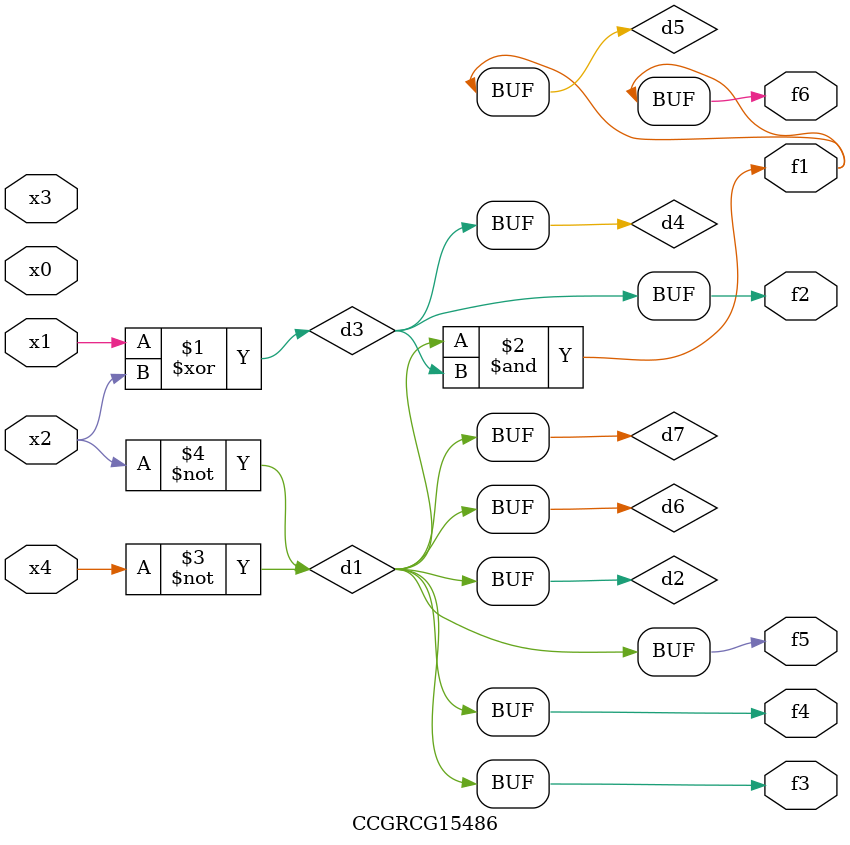
<source format=v>
module CCGRCG15486(
	input x0, x1, x2, x3, x4,
	output f1, f2, f3, f4, f5, f6
);

	wire d1, d2, d3, d4, d5, d6, d7;

	not (d1, x4);
	not (d2, x2);
	xor (d3, x1, x2);
	buf (d4, d3);
	and (d5, d1, d3);
	buf (d6, d1, d2);
	buf (d7, d2);
	assign f1 = d5;
	assign f2 = d4;
	assign f3 = d7;
	assign f4 = d7;
	assign f5 = d7;
	assign f6 = d5;
endmodule

</source>
